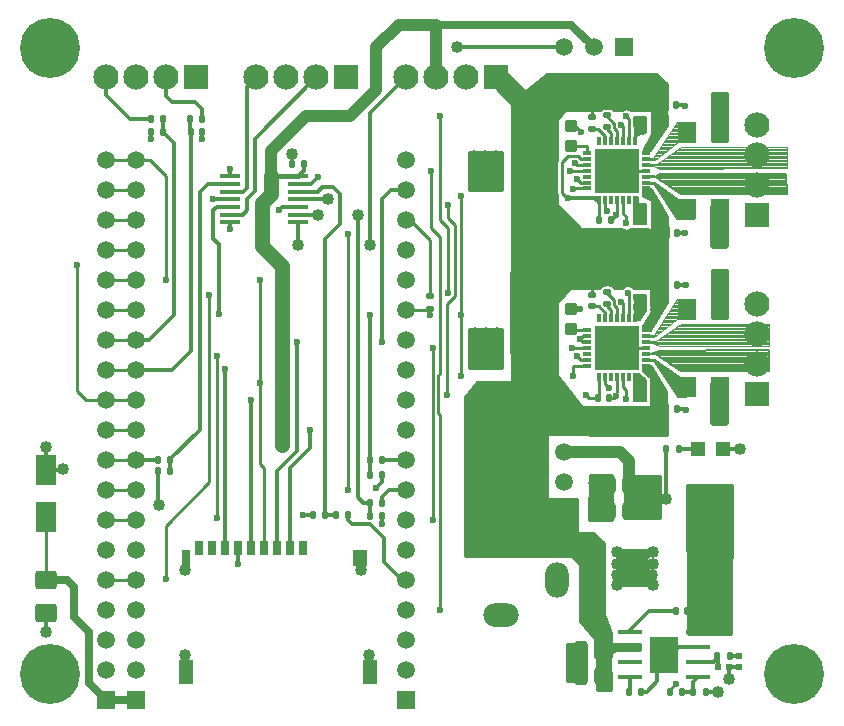
<source format=gbr>
G04 DipTrace Beta 4.1.9.0*
G04 1 - Top.gbr*
%MOIN*%
G04 #@! TF.FileFunction,Copper,L1,Top*
G04 #@! TF.Part,Single*
%AMOUTLINE0*
4,1,28,
0.047441,-0.027165,
-0.047441,-0.027165,
-0.049988,-0.02683,
-0.052362,-0.025847,
-0.054401,-0.024283,
-0.055965,-0.022244,
-0.056948,-0.01987,
-0.057283,-0.017323,
-0.057283,0.017323,
-0.056948,0.01987,
-0.055965,0.022244,
-0.054401,0.024283,
-0.052362,0.025847,
-0.049988,0.02683,
-0.047441,0.027165,
0.047441,0.027165,
0.049988,0.02683,
0.052362,0.025847,
0.054401,0.024283,
0.055965,0.022244,
0.056948,0.01987,
0.057283,0.017323,
0.057283,-0.017323,
0.056948,-0.01987,
0.055965,-0.022244,
0.054401,-0.024283,
0.052362,-0.025847,
0.049988,-0.02683,
0.047441,-0.027165,
0*%
%AMOUTLINE3*
4,1,28,
-0.047441,0.027165,
0.047441,0.027165,
0.049988,0.02683,
0.052362,0.025847,
0.054401,0.024283,
0.055965,0.022244,
0.056948,0.01987,
0.057283,0.017323,
0.057283,-0.017323,
0.056948,-0.01987,
0.055965,-0.022244,
0.054401,-0.024283,
0.052362,-0.025847,
0.049988,-0.02683,
0.047441,-0.027165,
-0.047441,-0.027165,
-0.049988,-0.02683,
-0.052362,-0.025847,
-0.054401,-0.024283,
-0.055965,-0.022244,
-0.056948,-0.01987,
-0.057283,-0.017323,
-0.057283,0.017323,
-0.056948,0.01987,
-0.055965,0.022244,
-0.054401,0.024283,
-0.052362,0.025847,
-0.049988,0.02683,
-0.047441,0.027165,
0*%
%AMOUTLINE6*
4,1,28,
0.005315,-0.012008,
-0.005315,-0.012008,
-0.006742,-0.01182,
-0.008071,-0.011269,
-0.009212,-0.010394,
-0.010088,-0.009252,
-0.010639,-0.007923,
-0.010827,-0.006496,
-0.010827,0.006496,
-0.010639,0.007923,
-0.010088,0.009252,
-0.009212,0.010394,
-0.008071,0.011269,
-0.006742,0.01182,
-0.005315,0.012008,
0.005315,0.012008,
0.006742,0.01182,
0.008071,0.011269,
0.009212,0.010394,
0.010088,0.009252,
0.010639,0.007923,
0.010827,0.006496,
0.010827,-0.006496,
0.010639,-0.007923,
0.010088,-0.009252,
0.009212,-0.010394,
0.008071,-0.011269,
0.006742,-0.01182,
0.005315,-0.012008,
0*%
%AMOUTLINE9*
4,1,28,
-0.005315,0.012008,
0.005315,0.012008,
0.006742,0.01182,
0.008071,0.011269,
0.009212,0.010394,
0.010088,0.009252,
0.010639,0.007923,
0.010827,0.006496,
0.010827,-0.006496,
0.010639,-0.007923,
0.010088,-0.009252,
0.009212,-0.010394,
0.008071,-0.011269,
0.006742,-0.01182,
0.005315,-0.012008,
-0.005315,-0.012008,
-0.006742,-0.01182,
-0.008071,-0.011269,
-0.009212,-0.010394,
-0.010088,-0.009252,
-0.010639,-0.007923,
-0.010827,-0.006496,
-0.010827,0.006496,
-0.010639,0.007923,
-0.010088,0.009252,
-0.009212,0.010394,
-0.008071,0.011269,
-0.006742,0.01182,
-0.005315,0.012008,
0*%
%AMOUTLINE12*
4,1,28,
-0.012008,-0.005315,
-0.012008,0.005315,
-0.01182,0.006742,
-0.011269,0.008071,
-0.010394,0.009212,
-0.009252,0.010088,
-0.007923,0.010639,
-0.006496,0.010827,
0.006496,0.010827,
0.007923,0.010639,
0.009252,0.010088,
0.010394,0.009212,
0.011269,0.008071,
0.01182,0.006742,
0.012008,0.005315,
0.012008,-0.005315,
0.01182,-0.006742,
0.011269,-0.008071,
0.010394,-0.009212,
0.009252,-0.010088,
0.007923,-0.010639,
0.006496,-0.010827,
-0.006496,-0.010827,
-0.007923,-0.010639,
-0.009252,-0.010088,
-0.010394,-0.009212,
-0.011269,-0.008071,
-0.01182,-0.006742,
-0.012008,-0.005315,
0*%
%AMOUTLINE15*
4,1,28,
0.012008,0.005315,
0.012008,-0.005315,
0.01182,-0.006742,
0.011269,-0.008071,
0.010394,-0.009212,
0.009252,-0.010088,
0.007923,-0.010639,
0.006496,-0.010827,
-0.006496,-0.010827,
-0.007923,-0.010639,
-0.009252,-0.010088,
-0.010394,-0.009212,
-0.011269,-0.008071,
-0.01182,-0.006742,
-0.012008,-0.005315,
-0.012008,0.005315,
-0.01182,0.006742,
-0.011269,0.008071,
-0.010394,0.009212,
-0.009252,0.010088,
-0.007923,0.010639,
-0.006496,0.010827,
0.006496,0.010827,
0.007923,0.010639,
0.009252,0.010088,
0.010394,0.009212,
0.011269,0.008071,
0.01182,0.006742,
0.012008,0.005315,
0*%
%AMOUTLINE18*
4,1,28,
-0.009843,0.021654,
0.009843,0.021654,
0.01239,0.021318,
0.014764,0.020335,
0.016802,0.018771,
0.018366,0.016732,
0.01935,0.014358,
0.019685,0.011811,
0.019685,-0.011811,
0.01935,-0.014358,
0.018366,-0.016732,
0.016802,-0.018771,
0.014764,-0.020335,
0.01239,-0.021318,
0.009843,-0.021654,
-0.009843,-0.021654,
-0.01239,-0.021318,
-0.014764,-0.020335,
-0.016802,-0.018771,
-0.018366,-0.016732,
-0.01935,-0.014358,
-0.019685,-0.011811,
-0.019685,0.011811,
-0.01935,0.014358,
-0.018366,0.016732,
-0.016802,0.018771,
-0.014764,0.020335,
-0.01239,0.021318,
-0.009843,0.021654,
0*%
%AMOUTLINE21*
4,1,28,
0.025984,-0.031496,
-0.025984,-0.031496,
-0.02843,-0.031174,
-0.030709,-0.03023,
-0.032666,-0.028729,
-0.034167,-0.026772,
-0.035111,-0.024493,
-0.035433,-0.022047,
-0.035433,0.022047,
-0.035111,0.024493,
-0.034167,0.026772,
-0.032666,0.028729,
-0.030709,0.03023,
-0.02843,0.031174,
-0.025984,0.031496,
0.025984,0.031496,
0.02843,0.031174,
0.030709,0.03023,
0.032666,0.028729,
0.034167,0.026772,
0.035111,0.024493,
0.035433,0.022047,
0.035433,-0.022047,
0.035111,-0.024493,
0.034167,-0.026772,
0.032666,-0.028729,
0.030709,-0.03023,
0.02843,-0.031174,
0.025984,-0.031496,
0*%
%AMOUTLINE24*
4,1,28,
-0.012008,0.028937,
0.012008,0.028937,
0.014555,0.028602,
0.016929,0.027618,
0.018968,0.026054,
0.020532,0.024016,
0.021515,0.021642,
0.02185,0.019094,
0.02185,-0.019094,
0.021515,-0.021642,
0.020532,-0.024016,
0.018968,-0.026054,
0.016929,-0.027618,
0.014555,-0.028602,
0.012008,-0.028937,
-0.012008,-0.028937,
-0.014555,-0.028602,
-0.016929,-0.027618,
-0.018968,-0.026054,
-0.020532,-0.024016,
-0.021515,-0.021642,
-0.02185,-0.019094,
-0.02185,0.019094,
-0.021515,0.021642,
-0.020532,0.024016,
-0.018968,0.026054,
-0.016929,0.027618,
-0.014555,0.028602,
-0.012008,0.028937,
0*%
%AMOUTLINE27*
4,1,28,
0.012008,-0.028937,
-0.012008,-0.028937,
-0.014555,-0.028602,
-0.016929,-0.027618,
-0.018968,-0.026054,
-0.020532,-0.024016,
-0.021515,-0.021642,
-0.02185,-0.019094,
-0.02185,0.019094,
-0.021515,0.021642,
-0.020532,0.024016,
-0.018968,0.026054,
-0.016929,0.027618,
-0.014555,0.028602,
-0.012008,0.028937,
0.012008,0.028937,
0.014555,0.028602,
0.016929,0.027618,
0.018968,0.026054,
0.020532,0.024016,
0.021515,0.021642,
0.02185,0.019094,
0.02185,-0.019094,
0.021515,-0.021642,
0.020532,-0.024016,
0.018968,-0.026054,
0.016929,-0.027618,
0.014555,-0.028602,
0.012008,-0.028937,
0*%
%AMOUTLINE30*
4,1,28,
0.004921,-0.011614,
-0.004921,-0.011614,
-0.006144,-0.011453,
-0.007283,-0.010981,
-0.008262,-0.01023,
-0.009013,-0.009252,
-0.009485,-0.008113,
-0.009646,-0.00689,
-0.009646,0.00689,
-0.009485,0.008113,
-0.009013,0.009252,
-0.008262,0.01023,
-0.007283,0.010981,
-0.006144,0.011453,
-0.004921,0.011614,
0.004921,0.011614,
0.006144,0.011453,
0.007283,0.010981,
0.008262,0.01023,
0.009013,0.009252,
0.009485,0.008113,
0.009646,0.00689,
0.009646,-0.00689,
0.009485,-0.008113,
0.009013,-0.009252,
0.008262,-0.01023,
0.007283,-0.010981,
0.006144,-0.011453,
0.004921,-0.011614,
0*%
%AMOUTLINE33*
4,1,28,
-0.004921,0.011614,
0.004921,0.011614,
0.006144,0.011453,
0.007283,0.010981,
0.008262,0.01023,
0.009013,0.009252,
0.009485,0.008113,
0.009646,0.00689,
0.009646,-0.00689,
0.009485,-0.008113,
0.009013,-0.009252,
0.008262,-0.01023,
0.007283,-0.010981,
0.006144,-0.011453,
0.004921,-0.011614,
-0.004921,-0.011614,
-0.006144,-0.011453,
-0.007283,-0.010981,
-0.008262,-0.01023,
-0.009013,-0.009252,
-0.009485,-0.008113,
-0.009646,-0.00689,
-0.009646,0.00689,
-0.009485,0.008113,
-0.009013,0.009252,
-0.008262,0.01023,
-0.007283,0.010981,
-0.006144,0.011453,
-0.004921,0.011614,
0*%
%AMOUTLINE36*
4,1,28,
-0.011614,-0.004921,
-0.011614,0.004921,
-0.011453,0.006144,
-0.010981,0.007283,
-0.01023,0.008262,
-0.009252,0.009013,
-0.008113,0.009485,
-0.00689,0.009646,
0.00689,0.009646,
0.008113,0.009485,
0.009252,0.009013,
0.01023,0.008262,
0.010981,0.007283,
0.011453,0.006144,
0.011614,0.004921,
0.011614,-0.004921,
0.011453,-0.006144,
0.010981,-0.007283,
0.01023,-0.008262,
0.009252,-0.009013,
0.008113,-0.009485,
0.00689,-0.009646,
-0.00689,-0.009646,
-0.008113,-0.009485,
-0.009252,-0.009013,
-0.01023,-0.008262,
-0.010981,-0.007283,
-0.011453,-0.006144,
-0.011614,-0.004921,
0*%
%AMOUTLINE39*
4,1,28,
0.011614,0.004921,
0.011614,-0.004921,
0.011453,-0.006144,
0.010981,-0.007283,
0.01023,-0.008262,
0.009252,-0.009013,
0.008113,-0.009485,
0.00689,-0.009646,
-0.00689,-0.009646,
-0.008113,-0.009485,
-0.009252,-0.009013,
-0.01023,-0.008262,
-0.010981,-0.007283,
-0.011453,-0.006144,
-0.011614,-0.004921,
-0.011614,0.004921,
-0.011453,0.006144,
-0.010981,0.007283,
-0.01023,0.008262,
-0.009252,0.009013,
-0.008113,0.009485,
-0.00689,0.009646,
0.00689,0.009646,
0.008113,0.009485,
0.009252,0.009013,
0.01023,0.008262,
0.010981,0.007283,
0.011453,0.006144,
0.011614,0.004921,
0*%
%AMOUTLINE42*
4,1,28,
0.012205,0.005315,
0.012205,-0.005315,
0.01203,-0.00664,
0.011519,-0.007874,
0.010706,-0.008934,
0.009646,-0.009747,
0.008411,-0.010259,
0.007087,-0.010433,
-0.007087,-0.010433,
-0.008411,-0.010259,
-0.009646,-0.009747,
-0.010706,-0.008934,
-0.011519,-0.007874,
-0.01203,-0.00664,
-0.012205,-0.005315,
-0.012205,0.005315,
-0.01203,0.00664,
-0.011519,0.007874,
-0.010706,0.008934,
-0.009646,0.009747,
-0.008411,0.010259,
-0.007087,0.010433,
0.007087,0.010433,
0.008411,0.010259,
0.009646,0.009747,
0.010706,0.008934,
0.011519,0.007874,
0.01203,0.00664,
0.012205,0.005315,
0*%
%AMOUTLINE45*
4,1,28,
-0.012205,-0.005315,
-0.012205,0.005315,
-0.01203,0.00664,
-0.011519,0.007874,
-0.010706,0.008934,
-0.009646,0.009747,
-0.008411,0.010259,
-0.007087,0.010433,
0.007087,0.010433,
0.008411,0.010259,
0.009646,0.009747,
0.010706,0.008934,
0.011519,0.007874,
0.01203,0.00664,
0.012205,0.005315,
0.012205,-0.005315,
0.01203,-0.00664,
0.011519,-0.007874,
0.010706,-0.008934,
0.009646,-0.009747,
0.008411,-0.010259,
0.007087,-0.010433,
-0.007087,-0.010433,
-0.008411,-0.010259,
-0.009646,-0.009747,
-0.010706,-0.008934,
-0.011519,-0.007874,
-0.01203,-0.00664,
-0.012205,-0.005315,
0*%
%AMOUTLINE48*
4,1,28,
0.005315,-0.012205,
-0.005315,-0.012205,
-0.00664,-0.01203,
-0.007874,-0.011519,
-0.008934,-0.010706,
-0.009747,-0.009646,
-0.010259,-0.008411,
-0.010433,-0.007087,
-0.010433,0.007087,
-0.010259,0.008411,
-0.009747,0.009646,
-0.008934,0.010706,
-0.007874,0.011519,
-0.00664,0.01203,
-0.005315,0.012205,
0.005315,0.012205,
0.00664,0.01203,
0.007874,0.011519,
0.008934,0.010706,
0.009747,0.009646,
0.010259,0.008411,
0.010433,0.007087,
0.010433,-0.007087,
0.010259,-0.008411,
0.009747,-0.009646,
0.008934,-0.010706,
0.007874,-0.011519,
0.00664,-0.01203,
0.005315,-0.012205,
0*%
%AMOUTLINE51*
4,1,28,
-0.005315,0.012205,
0.005315,0.012205,
0.00664,0.01203,
0.007874,0.011519,
0.008934,0.010706,
0.009747,0.009646,
0.010259,0.008411,
0.010433,0.007087,
0.010433,-0.007087,
0.010259,-0.008411,
0.009747,-0.009646,
0.008934,-0.010706,
0.007874,-0.011519,
0.00664,-0.01203,
0.005315,-0.012205,
-0.005315,-0.012205,
-0.00664,-0.01203,
-0.007874,-0.011519,
-0.008934,-0.010706,
-0.009747,-0.009646,
-0.010259,-0.008411,
-0.010433,-0.007087,
-0.010433,0.007087,
-0.010259,0.008411,
-0.009747,0.009646,
-0.008934,0.010706,
-0.007874,0.011519,
-0.00664,0.01203,
-0.005315,0.012205,
0*%
G04 #@! TA.AperFunction,CopperBalancing*
%ADD13C,0.004724*%
%ADD16C,0.01*%
G04 #@! TA.AperFunction,Conductor*
%ADD17C,0.012*%
%ADD18C,0.009*%
G04 #@! TA.AperFunction,ViaPad*
%ADD19C,0.04*%
G04 #@! TA.AperFunction,Conductor*
%ADD20C,0.015*%
%ADD21C,0.05*%
G04 #@! TA.AperFunction,CopperBalancing*
%ADD22C,0.025*%
G04 #@! TA.AperFunction,Conductor*
%ADD23C,0.07*%
G04 #@! TA.AperFunction,CopperBalancing*
%ADD24C,0.013*%
%ADD25C,0.008*%
%ADD26C,0.005906*%
%ADD27C,0.012008*%
%ADD28C,0.00472*%
%ADD30R,0.066929X0.098425*%
%ADD31R,0.098425X0.129921*%
G04 #@! TA.AperFunction,ComponentPad*
%ADD32R,0.059055X0.059055*%
%ADD33C,0.059055*%
%ADD34O,0.11811X0.07874*%
%ADD35O,0.07874X0.11811*%
%ADD36R,0.074803X0.098425*%
%ADD37R,0.047244X0.047244*%
G04 #@! TA.AperFunction,ComponentPad*
%ADD38C,0.2*%
%ADD39R,0.062992X0.070866*%
%ADD40R,0.027559X0.051181*%
%ADD41R,0.047244X0.07874*%
%ADD42R,0.047244X0.055118*%
%ADD43R,0.031496X0.055118*%
G04 #@! TA.AperFunction,ComponentPad*
%ADD44R,0.084X0.084*%
%ADD45C,0.084*%
%ADD48R,0.011811X0.027559*%
%ADD49R,0.027559X0.011811*%
%ADD50R,0.145669X0.145669*%
%ADD51R,0.084646X0.017717*%
%ADD52R,0.094488X0.122047*%
%ADD53R,0.070866X0.015748*%
G04 #@! TA.AperFunction,ViaPad*
%ADD54C,0.023622*%
%ADD113OUTLINE0*%
%ADD116OUTLINE3*%
%ADD119OUTLINE6*%
%ADD122OUTLINE9*%
%ADD125OUTLINE12*%
%ADD128OUTLINE15*%
%ADD131OUTLINE18*%
%ADD134OUTLINE21*%
%ADD137OUTLINE24*%
%ADD140OUTLINE27*%
%ADD143OUTLINE30*%
%ADD146OUTLINE33*%
%ADD149OUTLINE36*%
%ADD152OUTLINE39*%
%ADD155OUTLINE42*%
%ADD158OUTLINE45*%
%ADD161OUTLINE48*%
%ADD164OUTLINE51*%
%FSLAX26Y26*%
G04*
G70*
G90*
G75*
G01*
G04 Top*
%LPD*%
X2361712Y2109018D2*
D16*
X2350712D1*
D17*
Y2115700D1*
X2256200D1*
X1857200Y2094200D2*
D16*
Y2050200D1*
X1881200Y2026200D1*
Y1789700D1*
X1855200Y1763700D1*
Y1459700D1*
X2316951D2*
X2326701Y1449949D1*
X2357520D1*
X2361712Y2109018D2*
D18*
Y2043700D1*
X2361909D1*
X2357520Y1449949D2*
X2361712D1*
Y1518466D1*
X718700Y2243700D2*
D16*
X818700D1*
X2322340Y2246815D2*
D18*
X2302566D1*
X2292182Y2257200D1*
X2258582D1*
X2238082Y2236700D1*
Y2132818D1*
X2255200Y2115700D1*
X2256200D1*
X1245044Y950583D2*
D16*
Y1217356D1*
X1231200Y1231200D1*
Y1498700D1*
Y1843200D1*
X916951D2*
Y2190949D1*
X864200Y2243700D1*
X818700D1*
X2530804Y1112498D2*
D17*
X2584810Y1111911D1*
X2598004Y470397D2*
D16*
Y479004D1*
X2616700Y497700D1*
X2243693Y1268700D2*
D19*
X2431200D1*
X2461018Y1238882D1*
Y1160864D1*
X2584810Y1111911D2*
D17*
Y1280086D1*
X2585924Y1281200D1*
X1376377Y2231200D2*
Y2207726D1*
X1357873Y2189222D1*
X518700Y1209931D2*
Y1287451D1*
Y1209931D2*
X572430D1*
X574949Y1212451D1*
X1357873Y2189222D2*
D20*
X1268700D1*
D21*
Y2131200D1*
X1237449Y2099949D1*
Y1954951D1*
X1303700Y1888700D1*
Y1293700D1*
X1268700Y2189222D2*
D19*
Y2273700D1*
X1383700Y2388700D1*
X1532451D1*
X1618700Y2474949D1*
Y2618700D1*
X1693700Y2693700D1*
X1818700D1*
Y2518700D1*
X2343700Y2618700D2*
D22*
X2268700Y2693700D1*
X1818700D1*
X2475686Y882970D2*
D17*
X2481602D1*
X2539569Y825003D1*
X2475686Y882970D2*
X2516359D1*
X2539169Y860161D1*
X2475686Y882970D2*
X2525721D1*
X2539935Y897184D1*
X2475686Y882970D2*
X2487434D1*
X2539752Y935289D1*
X2475686Y882970D2*
X2472663D1*
X2420136Y935498D1*
X2475686Y882970D2*
X2434741D1*
X2420318Y897393D1*
X2475686Y882970D2*
X2442153D1*
X2419552Y860369D1*
X2475686Y882970D2*
Y880945D1*
X2419952Y825212D1*
X2577361Y594389D2*
X2559217D1*
X2555716Y590888D1*
Y554533D1*
X2555938Y554312D1*
X2597960D1*
X2598752Y555104D1*
Y591850D1*
X2599022Y592119D1*
Y630474D1*
X2600630Y632083D1*
X2558190D1*
X2556603Y633670D1*
X2299574Y610365D2*
X2281411D1*
X2271728Y600682D1*
X2299574Y522810D2*
X2279617D1*
X2275141Y527287D1*
Y564594D1*
X2273435Y566300D1*
X2394088Y1160864D2*
X2350121D1*
X2345777Y1165208D1*
X2394088Y1160864D2*
X2390116D1*
X2346073Y1116821D1*
X2394088Y1074250D2*
X2349234D1*
X2349023Y1074039D1*
X2716519Y470489D2*
X2754411D1*
X2756200Y468700D1*
X2501476Y470397D2*
X2520397D1*
X2555938Y505938D1*
Y554312D1*
X2828692Y553762D2*
X2794993D1*
X2794308Y553077D1*
Y512814D1*
X2795378Y511743D1*
X2268200Y1745915D2*
X2297881D1*
X2298365Y1746399D1*
X2268700Y2357646D2*
X2279755D1*
X2299951Y2337451D1*
X2519188Y2207445D2*
D18*
X2424701D1*
X2420767Y2203510D1*
X2774279Y1281200D2*
D17*
X2831200D1*
X1337794Y2231200D2*
Y2262106D1*
X1337451Y2262449D1*
X1158430Y950581D2*
Y895930D1*
X985208Y535224D2*
Y589692D1*
X981200Y593700D1*
X1596231Y535234D2*
Y591169D1*
X1593700Y593700D1*
X1563154Y917124D2*
Y880495D1*
X1568700Y874949D1*
X985201Y917113D2*
Y878951D1*
X981200Y874949D1*
X892175Y1206200D2*
Y1095225D1*
X893700Y1093700D1*
X2621161Y1825557D2*
X2648682D1*
X2649661Y1826536D1*
X2621161Y1412171D2*
X2651594D1*
X2652365Y1411399D1*
X2621161Y1998785D2*
X2647145D1*
X2649113Y2000754D1*
X2619293Y2427091D2*
X2646004D1*
X2649113Y2423982D1*
X868158Y2337451D2*
Y2312993D1*
X868700Y2312451D1*
X1038385Y2337451D2*
Y2313385D1*
X1037451Y2312451D1*
X1129527Y2189222D2*
Y2210777D1*
X1131200Y2212451D1*
X1129527Y2112451D2*
X1074949D1*
X1129535Y2035679D2*
Y2014116D1*
X1131200Y2012451D1*
X518700Y732333D2*
Y668700D1*
X1638976Y1056200D2*
Y1032725D1*
X1637451Y1031200D1*
X1638976Y1193700D2*
Y1170225D1*
X1618700Y1149949D1*
X2519188Y1616894D2*
D18*
X2420767D1*
X2690550Y619389D2*
D17*
X2626292D1*
X2599022Y592119D1*
X2396103Y1449949D2*
D18*
X2412146D1*
X2419153Y1456956D1*
X2420767Y1518466D2*
Y1469060D1*
X2419153Y1467445D1*
Y1456956D1*
X2322340Y1577524D2*
X2300672D1*
X2288899Y1589297D1*
X2322340Y1636579D2*
X2308319D1*
X2298276Y1646623D1*
X2322340Y1656264D2*
X2307918D1*
X2298276Y1646623D1*
X2440452Y1715315D2*
Y1766448D1*
X2435700Y1771200D1*
X2400491Y2043700D2*
X2400990D1*
X2416695Y2059405D1*
X2420767Y2109018D2*
Y2063477D1*
X2416695Y2059405D1*
X2322340Y2168075D2*
X2299590D1*
X2288327Y2179338D1*
X2322340Y2227130D2*
X2287640D1*
X2282469Y2232301D1*
X2440452Y2305867D2*
Y2355829D1*
X2436079Y2360201D1*
X1408424Y1058700D2*
D17*
X1373700D1*
X1357873Y2163632D2*
X1401130D1*
X1424949Y2187451D1*
X1357873Y2086860D2*
X1305609D1*
X1293700Y2074951D1*
X718700Y1043700D2*
D16*
X818700D1*
X2381397Y1518466D2*
Y1498003D1*
X2394700Y1484700D1*
X1087449Y1589700D2*
Y1049949D1*
X718700Y1343700D2*
X818700D1*
X2440452Y1518466D2*
D18*
Y1486161D1*
X2451621Y1474991D1*
Y1446701D1*
X1288351Y950583D2*
D17*
Y1207100D1*
X1353700Y1272449D1*
Y1637451D1*
X1637449D2*
Y2112449D1*
X1668700Y2143700D1*
X1718700D1*
X918700Y2518700D2*
Y2457270D1*
X938520Y2437451D1*
X1013520D1*
X1038976Y2411994D1*
Y2381200D1*
X718700Y2518700D2*
Y2458700D1*
X796200Y2381200D1*
X867174D1*
X2322340Y1616894D2*
D18*
X2269997D1*
X1806200Y1615700D2*
Y1043700D1*
X1718700Y1743700D2*
D16*
X1793226D1*
X1797700Y1748174D1*
D18*
Y1726200D1*
X1900700D2*
Y1521700D1*
X2275284D2*
Y1557839D1*
X2322340D1*
X1900700Y1726200D2*
Y2121700D1*
X2276062Y2146088D2*
X2273760Y2148390D1*
X2322340D1*
X1331658Y950585D2*
D17*
Y1216658D1*
X1398700Y1283700D1*
Y1343200D1*
X1201737Y950582D2*
Y1441914D1*
X1199951Y1443700D1*
X2322340Y2207445D2*
D18*
X2262875D1*
X1802700Y2206200D2*
Y2016700D1*
X1831200Y1988200D1*
Y1531200D1*
X1825700Y1525700D1*
Y1400200D1*
X1831200Y1394700D1*
Y743700D1*
X1115123Y950581D2*
D17*
Y1546632D1*
X2479822Y1518466D2*
D18*
Y1486986D1*
X2484953Y1481855D1*
X2508545D1*
X2508700Y1481700D1*
X2483700Y1447200D2*
X2507700D1*
X718700Y1143700D2*
D16*
X818700D1*
X2381397Y2109018D2*
D18*
Y2081002D1*
X2388449Y2073949D1*
X1524949Y1995949D2*
Y1143700D1*
X718700Y1443700D2*
D16*
X818700D1*
X2440452Y2109018D2*
D18*
Y2065292D1*
X2451430Y2054314D1*
Y2033430D1*
X621200Y1891949D2*
Y1472700D1*
X650200Y1443700D1*
X718700D1*
X2381397Y1715315D2*
Y1734003D1*
X2360292Y1755108D1*
X2337791D1*
X2464172Y669389D2*
D17*
Y676672D1*
X2527331Y739831D1*
X2616170D1*
X718700Y1243700D2*
D16*
X818700D1*
D17*
X892175D1*
X2638556Y470397D2*
X2675876D1*
X2675968Y470489D1*
Y504806D1*
X2690550Y519389D1*
X2464172D2*
Y473645D1*
X2460924Y470397D1*
X718700Y1543700D2*
D16*
X818700D1*
X998424Y2381200D2*
D17*
Y2338829D1*
X999802Y2337451D1*
X818700Y1543700D2*
X937449D1*
X999949Y1606200D1*
Y2337304D1*
X999802Y2337451D1*
X2690550Y569389D2*
X2743011D1*
X2755634Y582012D1*
Y590915D1*
X2757300Y553077D2*
Y589250D1*
X2755634Y590915D1*
X2796186D2*
X2828546D1*
X2828692Y590770D1*
X1718700Y1143700D2*
X1662451D1*
X1638976Y1120225D1*
Y1099949D1*
X1718700Y2518700D2*
X1598700Y2398700D1*
Y1958700D1*
X1357873D2*
Y2035679D1*
X2322340Y1675949D2*
D18*
X2271237D1*
X2268200Y1678986D1*
X1797700Y1788725D2*
D16*
Y1976200D1*
X1730200Y2043700D1*
X1718700D1*
Y1243700D2*
D17*
X1638976D1*
X2268700Y2290717D2*
D18*
X2322340D1*
Y2266501D1*
X2381397Y2305867D2*
Y2322503D1*
X2356742Y2347158D1*
X2339399D1*
X718700Y2043700D2*
D16*
X818700D1*
X718700Y1843700D2*
X818700D1*
X718700Y1643700D2*
X818700D1*
X907725Y2381200D2*
D17*
Y2338435D1*
X906741Y2337451D1*
X818700Y1643700D2*
X862451D1*
X943700Y1724949D1*
Y2300491D1*
X906741Y2337451D1*
X1523976Y1058700D2*
Y1043976D1*
X1539251Y1028700D1*
X1598700D1*
X1643700Y983700D1*
Y903700D1*
X1703700Y843700D1*
X1718700D1*
X1483424Y1058700D2*
X1448976D1*
Y1978976D1*
X1498700Y2028700D1*
Y2128245D1*
X1473245Y2153700D1*
X1438700D1*
X1423041Y2138041D1*
X1357873D1*
Y2112451D2*
X1456199D1*
X1887451Y2618700D2*
X2243700D1*
X718700Y1743700D2*
D16*
X818700D1*
X2626476Y1281200D2*
D17*
X2691602D1*
X2401082Y1715315D2*
D18*
Y1741721D1*
X2386700Y1756103D1*
Y1764737D1*
X2420767Y1715315D2*
Y1749633D1*
X2411200Y1759200D1*
Y1776113D1*
X2386700Y1800613D1*
Y1803319D1*
X2401082Y2305867D2*
Y2332318D1*
X2386190Y2347210D1*
Y2354115D1*
X2420767Y2305867D2*
Y2339754D1*
X2411700Y2348821D1*
Y2364667D1*
X2386190Y2390178D1*
Y2392697D1*
X718700Y1943700D2*
D16*
X818700D1*
X718700Y2143700D2*
X818700D1*
X1129527Y2138041D2*
D17*
X1175541D1*
X1187449Y2149949D1*
Y2487449D1*
X1218700Y2518700D1*
X1129527Y2061270D2*
X1173770D1*
X1187449Y2074949D1*
Y2112449D1*
X1213700Y2138700D1*
Y2313700D1*
X1418700Y2518700D1*
X1598424Y1193700D2*
Y1243700D1*
Y1726476D1*
X1093700Y1731200D2*
Y1962449D1*
X1074949Y1981200D1*
Y2074949D1*
X1086860Y2086860D1*
X1129527D1*
X932726Y1243700D2*
Y1245226D1*
X1031200Y1343700D1*
Y2138175D1*
X1056657Y2163632D1*
X1129527D1*
X932726Y1206200D2*
Y1243700D1*
X1598424Y1056200D2*
Y1099949D1*
X1574951D1*
X1556200Y1118700D1*
Y2061270D1*
X1424944D2*
X1357873D1*
X718700Y443700D2*
D22*
X662451Y499949D1*
Y668699D1*
X612449Y718700D1*
Y818700D1*
X588581Y842569D1*
X518700D1*
D16*
Y1052451D1*
X718700Y443700D2*
D22*
X818700D1*
X2460137Y2305867D2*
D18*
X2461200D1*
Y2380700D1*
X2452700Y2389200D1*
X1831700D2*
Y2042700D1*
X1856200Y2018200D1*
Y1800700D1*
X2456700D2*
X2460137Y1797263D1*
Y1715315D1*
X718700Y843700D2*
D16*
X818700D1*
X1062449Y1794449D2*
Y1168699D1*
X916951Y1023200D1*
Y845451D1*
X2339399Y2385741D2*
Y2421700D1*
X2355949D1*
X2337791Y1793691D2*
D18*
Y1827410D1*
X2341938Y1831557D1*
X2018700Y2518700D2*
D23*
X2023700D1*
X2168854Y2373546D1*
Y2207447D1*
D54*
X2256200Y2115700D3*
X1857200Y2094200D3*
X1855200Y1459700D3*
X2316951D3*
X1231200Y1498700D3*
X1855200Y1459700D3*
X1231200Y1843200D3*
X916951D3*
X2616700Y497700D3*
X1158430Y895930D3*
X1087449Y1589700D3*
Y1049949D3*
X2451621Y1446701D3*
X1353700Y1637451D3*
X1637449D3*
X2269997Y1616894D3*
X1806200Y1615700D3*
Y1043700D3*
X1797700Y1726200D3*
X1900700D3*
Y1521700D3*
X2275284D3*
X1900700Y2121700D3*
X2276062Y2146088D3*
X1900700Y1726200D3*
X1398700Y1343200D3*
X1199951Y1443700D3*
X2262875Y2207445D3*
X1802700Y2206200D3*
X1831200Y743700D3*
X1115123Y1546632D3*
X2388449Y2073949D3*
X1524949Y1995949D3*
Y1143700D3*
X2451430Y2033430D3*
X621200Y1891949D3*
D19*
X1598700Y1958700D3*
X1357873D3*
X1456199Y2112451D3*
X1887451Y2618700D3*
D54*
X1598424Y1726476D3*
X1093700Y1731200D3*
D19*
X1556200Y2061270D3*
X1424944D3*
D54*
X2452700Y2389200D3*
X1831700D3*
X1856200Y1800700D3*
X2456700D3*
X1062449Y1794449D3*
X916951Y845451D3*
X1856200Y1800700D3*
X2484953Y1481855D3*
X2779861Y1827399D3*
X2394700Y1484700D3*
X2483700Y1447200D3*
X2747539Y1408234D3*
X2779035D3*
X2747539Y1372801D3*
X2779035D3*
X2485365Y1785399D3*
Y1752399D3*
X2508865Y1785399D3*
X2509365Y1752399D3*
X2748365Y1862833D3*
X2779861D3*
X2748365Y1827399D3*
D19*
X2584810Y1111911D3*
X2795378Y511743D3*
X2539752Y935289D3*
X2539935Y897184D3*
X2539169Y860161D3*
X2539569Y825003D3*
X2420136Y935498D3*
X2420318Y897393D3*
X2419552Y860369D3*
X2419952Y825212D3*
X2600630Y632083D3*
X2556603Y633670D3*
X2555716Y590888D3*
X2599022Y592119D3*
X2598752Y555104D3*
X2555938Y554312D3*
D54*
X2649661Y1826536D3*
X2652365Y1411399D3*
X2298365Y1746399D3*
D19*
X1947365Y1666399D3*
X1983365Y1665399D3*
X2021365D3*
D54*
X2299951Y2337451D3*
D19*
X2345777Y1165208D3*
X2346073Y1116821D3*
X2349023Y1074039D3*
X2756200Y468700D3*
X2271728Y600682D3*
X2273435Y566300D3*
X2275141Y527287D3*
X1947365Y1565399D3*
X1985365Y1564399D3*
X2023365Y1565399D3*
X1945397Y2256951D3*
X1981397Y2255951D3*
X2019397D3*
X1945397Y2155951D3*
X1983397Y2154951D3*
X2021397Y2155951D3*
X2831200Y1281200D3*
D54*
X2747539Y1998785D3*
X2779035D3*
X2747539Y1963352D3*
X2779035D3*
X2748365Y2453384D3*
X2779861D3*
X2748365Y2417951D3*
X2779861D3*
X1424949Y2187451D3*
D19*
X1337451Y2262449D3*
X981200Y593700D3*
Y874949D3*
X1568700D3*
X1593700Y593700D3*
X893700Y1093700D3*
D54*
X1637451Y1031200D3*
X2486909Y2072801D3*
X2508956Y2040518D3*
X2509743Y2072014D3*
X2486121Y2040518D3*
X2485865Y2375951D3*
X2487191Y2342951D3*
X2510365Y2375951D3*
X2510191Y2342951D3*
X1618700Y1149949D3*
D19*
X1303700Y1293700D3*
X518700Y1287451D3*
X574949Y1212451D3*
D54*
X868700Y2312451D3*
X1037451D3*
X1131200Y2212451D3*
X1074949Y2112451D3*
X1131200Y2012451D3*
D19*
X518700Y668700D3*
D54*
X2508700Y1481700D3*
X2507700Y1447200D3*
X2419153Y1456956D3*
X2288899Y1589297D3*
X2298276Y1646623D3*
X2435700Y1771200D3*
X2649113Y2000754D3*
Y2423982D3*
X2416695Y2059405D3*
X2288327Y2179338D3*
X2282469Y2232301D3*
X2436079Y2360201D3*
X1373700Y1058700D3*
X1293700Y2074951D3*
X2361712Y2148392D3*
Y2175951D3*
Y2203510D3*
Y2235006D3*
Y2262565D3*
X2420767Y2148392D3*
Y2175951D3*
Y2203510D3*
Y2235006D3*
Y2266502D3*
X2479822Y2148392D3*
Y2179888D3*
Y2238943D3*
Y2266502D3*
X2371725Y1567854D3*
Y1617965D3*
Y1662001D3*
X2420767Y1567854D3*
Y1617965D3*
Y1665938D3*
X2469809Y1567854D3*
X2457397Y1616896D3*
X2469809Y1665938D3*
X2658536Y1145098D2*
D24*
X2802758D1*
X2658701Y1132229D2*
X2802644D1*
X2658867Y1119360D2*
X2802529D1*
X2659032Y1106491D2*
X2802415D1*
X2659196Y1093623D2*
X2802288D1*
X2659361Y1080754D2*
X2802174D1*
X2659527Y1067885D2*
X2802060D1*
X2659692Y1055016D2*
X2801945D1*
X2659856Y1042148D2*
X2801831D1*
X2660022Y1029279D2*
X2801717D1*
X2660187Y1016410D2*
X2801603D1*
X2660352Y1003541D2*
X2801487D1*
X2660516Y990672D2*
X2801373D1*
X2660682Y977804D2*
X2801259D1*
X2660847Y964935D2*
X2801145D1*
X2661012Y952066D2*
X2801031D1*
X2661176Y939197D2*
X2800917D1*
X2661342Y926329D2*
X2800802D1*
X2661507Y913460D2*
X2800688D1*
X2661672Y900591D2*
X2800574D1*
X2661836Y887722D2*
X2800460D1*
X2662002Y874854D2*
X2800346D1*
X2662167Y861985D2*
X2800231D1*
X2662333Y849116D2*
X2800117D1*
X2662497Y836247D2*
X2800003D1*
X2662662Y823378D2*
X2799889D1*
X2662827Y810510D2*
X2799775D1*
X2662993Y797641D2*
X2799659D1*
X2663158Y784772D2*
X2799545D1*
X2663322Y771903D2*
X2799431D1*
X2663487Y759035D2*
X2799317D1*
X2663653Y746166D2*
X2799203D1*
X2663818Y733297D2*
X2799088D1*
X2663982Y720428D2*
X2798974D1*
X2663995Y707560D2*
X2798860D1*
X2663995Y694691D2*
X2798746D1*
X2663995Y681822D2*
X2798632D1*
X2663995Y668953D2*
X2798518D1*
X2662699Y718794D2*
X2657074Y1157966D1*
X2804167D1*
X2799756Y662700D1*
X2662700Y662704D1*
X2662699Y718794D1*
X2662700Y718701D2*
Y712449D1*
Y718701D1*
X2334323Y1175932D2*
X2404620D1*
X2334285Y1163064D2*
X2404595D1*
X2334235Y1150195D2*
X2404570D1*
X2334184Y1137326D2*
X2404544D1*
X2334133Y1124457D2*
X2404532D1*
X2334095Y1111588D2*
X2404506D1*
X2334045Y1098720D2*
X2404481D1*
X2333994Y1085851D2*
X2404456D1*
X2333943Y1072982D2*
X2404430D1*
X2333892Y1060113D2*
X2404405D1*
X2333854Y1047245D2*
X2404380D1*
X2405947Y1188779D2*
X2333077Y1188529D1*
X2332533Y1042964D1*
X2405675Y1041705D1*
X2405945Y1188780D1*
X2359970Y615178D2*
X2495940D1*
X2359970Y602309D2*
X2403531D1*
X2359970Y589440D2*
X2398123D1*
X2359970Y576571D2*
X2398149D1*
X2359970Y563703D2*
X2398187D1*
X2359970Y550834D2*
X2398225D1*
X2359970Y537965D2*
X2398263D1*
X2359970Y525096D2*
X2398288D1*
X2359970Y512228D2*
X2398326D1*
X2359970Y499359D2*
X2398364D1*
X2359970Y486490D2*
X2398389D1*
X2418263Y609892D2*
X2402575Y601031D1*
X2400249Y598650D1*
X2399405Y595431D1*
X2399726Y476241D1*
X2358665Y476451D1*
X2358670Y628046D1*
X2497239Y628041D1*
X2497241Y610731D1*
X2421461D1*
X2418263Y609892D1*
X2259321Y613011D2*
X2317709D1*
X2259346Y600142D2*
X2317633D1*
X2259371Y587273D2*
X2317569D1*
X2259397Y574405D2*
X2317493D1*
X2259422Y561536D2*
X2317430D1*
X2259448Y548667D2*
X2317354D1*
X2259473Y535798D2*
X2317277D1*
X2259498Y522930D2*
X2317213D1*
X2259511Y510061D2*
X2317137D1*
X2319086Y625859D2*
X2257997Y625657D1*
X2258098Y573588D1*
X2258221Y507389D1*
X2318415Y506785D1*
X2318817Y578363D1*
X2319079Y625861D1*
X2545926Y1600582D2*
D25*
X2926396D1*
X2555613Y1592713D2*
X2926396D1*
X2567129Y1584844D2*
X2926396D1*
X2578653Y1576976D2*
X2926396D1*
X2590176Y1569107D2*
X2926396D1*
X2601699Y1561238D2*
X2926396D1*
X2613214Y1553369D2*
X2926396D1*
X2624738Y1545501D2*
X2926396D1*
X2535272Y1597701D2*
X2509499Y1598134D1*
X2509402Y1596151D1*
X2549388Y1595696D1*
X2551340Y1595079D1*
X2604241Y1558953D1*
X2634581Y1538233D1*
X2927200Y1541407D1*
Y1608439D1*
X2867230Y1608319D1*
X2565854Y1607701D1*
X2545127Y1600791D1*
Y1598829D1*
X2539233D1*
X2536473Y1597909D1*
X2535272Y1597701D1*
X2551562Y1567831D2*
D16*
X2558966D1*
X2558057Y1557962D2*
X2572834D1*
X2564561Y1548094D2*
X2586701D1*
X2571054Y1538225D2*
X2600558D1*
X2577549Y1528356D2*
X2614426D1*
X2584043Y1518487D2*
X2628293D1*
X2590546Y1508619D2*
X2677014D1*
X2597041Y1498750D2*
X2676721D1*
X2603535Y1488881D2*
X2676418D1*
X2610039Y1479012D2*
X2676125D1*
X2616533Y1469144D2*
X2675831D1*
X2623027Y1459275D2*
X2675539D1*
X2631615Y1517319D2*
X2630616Y1517654D1*
X2629801Y1518127D1*
X2546127Y1577683D1*
X2530464Y1577502D1*
X2541825Y1577199D1*
X2542532Y1577130D1*
X2543545Y1576847D1*
X2544477Y1576357D1*
X2545287Y1575684D1*
X2545876Y1574949D1*
X2623361Y1457251D1*
X2676511Y1458305D1*
X2678220Y1515579D1*
X2632531Y1517203D1*
X2631615Y1517319D1*
X2479258Y1522973D2*
D26*
X2500061D1*
X2479270Y1517199D2*
X2506624D1*
X2479281Y1511424D2*
X2513187D1*
X2479292Y1505650D2*
X2515649D1*
X2479304Y1499876D2*
X2515649D1*
X2479315Y1494102D2*
X2515649D1*
X2479327Y1488327D2*
X2515649D1*
X2479339Y1482553D2*
X2515649D1*
X2479350Y1476779D2*
X2515649D1*
X2479361Y1471004D2*
X2515649D1*
X2479373Y1465230D2*
X2515649D1*
X2479385Y1459456D2*
X2515649D1*
X2479396Y1453682D2*
X2515649D1*
X2479407Y1447907D2*
X2515649D1*
X2479414Y1442133D2*
X2515649D1*
X2478658Y1528747D2*
X2478833Y1438745D1*
X2516237Y1438746D1*
X2516239Y1471150D1*
Y1509263D1*
X2494088Y1528746D1*
X2478659Y1528747D1*
X2513785Y1543819D2*
D27*
X2537980D1*
X2523073Y1531943D2*
X2545321D1*
X2535420Y1520066D2*
X2552650D1*
X2539924Y1508190D2*
X2559990D1*
X2539970Y1496313D2*
X2567319D1*
X2540018Y1484436D2*
X2574649D1*
X2540065Y1472560D2*
X2581989D1*
X2540112Y1460683D2*
X2584745D1*
X2540158Y1448806D2*
X2585061D1*
X2540205Y1436930D2*
X2585390D1*
X2540252Y1425053D2*
X2585707D1*
X2540300Y1413176D2*
X2586023D1*
X2540346Y1401300D2*
X2586339D1*
X2536855Y1517535D2*
X2512649Y1540805D1*
X2512376Y1553365D1*
X2533293Y1553361D1*
X2585742Y1468418D1*
X2587830Y1390676D1*
X2539180Y1391145D1*
X2538700Y1513431D1*
X2537797Y1516372D1*
X2536855Y1517535D1*
X2746800Y1469291D2*
D22*
X2779783D1*
X2746800Y1444422D2*
X2779783D1*
X2746800Y1419553D2*
X2779783D1*
X2746800Y1394684D2*
X2779783D1*
X2746800Y1369815D2*
X2779783D1*
X2744291Y1494155D2*
Y1369548D1*
X2782287Y1369553D1*
X2782283Y1494161D1*
X2744287Y1494159D1*
X2628464Y1693001D2*
D28*
X2928413D1*
X2621808Y1688411D2*
X2928441D1*
X2615151Y1683822D2*
X2928469D1*
X2608494Y1679233D2*
X2928501D1*
X2601838Y1674644D2*
X2928528D1*
X2595182Y1670054D2*
X2928561D1*
X2588524Y1665465D2*
X2928588D1*
X2581868Y1660876D2*
X2928616D1*
X2575212Y1656287D2*
X2928649D1*
X2568554Y1651697D2*
X2928676D1*
X2561898Y1647108D2*
X2928704D1*
X2555242Y1642519D2*
X2928735D1*
X2508535Y1637930D2*
X2928763D1*
X2538747Y1633340D2*
X2928792D1*
X2552756Y1628751D2*
X2928823D1*
X2857554Y1624162D2*
X2928851D1*
X2929325Y1624062D2*
X2928855Y1697588D1*
X2848591Y1697485D1*
X2634103Y1697213D1*
X2550040Y1639256D1*
X2548901Y1638848D1*
X2543951Y1638839D1*
X2508061D1*
Y1634061D1*
X2535701Y1634060D1*
X2538506Y1633264D1*
X2565078Y1624560D1*
X2929326Y1624064D1*
X2620204Y1775294D2*
D13*
X2681710D1*
X2617266Y1770701D2*
X2681710D1*
X2614331Y1766108D2*
X2681710D1*
X2611397Y1761515D2*
X2681710D1*
X2608462Y1756922D2*
X2681710D1*
X2605528Y1752329D2*
X2681710D1*
X2602594Y1747735D2*
X2681710D1*
X2599655Y1743142D2*
X2681710D1*
X2596721Y1738549D2*
X2681710D1*
X2593787Y1733956D2*
X2681710D1*
X2590852Y1729363D2*
X2681710D1*
X2587918Y1724770D2*
X2681710D1*
X2584983Y1720176D2*
X2681710D1*
X2582044Y1715583D2*
X2681710D1*
X2579111Y1710990D2*
X2617999D1*
X2576176Y1706397D2*
X2612154D1*
X2573242Y1701804D2*
X2606309D1*
X2570308Y1697210D2*
X2600464D1*
X2567373Y1692617D2*
X2594617D1*
X2564434Y1688024D2*
X2588772D1*
X2561499Y1683431D2*
X2582927D1*
X2558565Y1678838D2*
X2577081D1*
X2555632Y1674245D2*
X2571235D1*
X2552697Y1669651D2*
X2565390D1*
X2549763Y1665058D2*
X2559540D1*
X2546823Y1660465D2*
X2553695D1*
X2507012Y1655872D2*
X2547848D1*
X2545693Y1659434D2*
X2622006Y1778859D1*
X2682184Y1779848D1*
X2682183Y1713758D1*
X2623130Y1714061D1*
X2621970Y1713717D1*
X2621737Y1713554D1*
X2545396Y1653571D1*
X2506336Y1654032D1*
X2506813Y1658338D1*
X2543781Y1658339D1*
X2544940Y1658690D1*
X2545693Y1659434D1*
X2573092Y1829531D2*
D16*
X2587235D1*
X2550768Y1819662D2*
X2587148D1*
X2536745Y1809793D2*
X2587060D1*
X2536804Y1799924D2*
X2586972D1*
X2536863Y1790056D2*
X2586884D1*
X2536920Y1780187D2*
X2586796D1*
X2536990Y1770318D2*
X2586200D1*
X2537048Y1760449D2*
X2580077D1*
X2537312Y1750581D2*
X2573964D1*
X2537165Y1740712D2*
X2567840D1*
X2535124Y1730843D2*
X2561718D1*
X2529235Y1720974D2*
X2555604D1*
X2523336Y1711106D2*
X2549482D1*
X2517448Y1701237D2*
X2543368D1*
X2511560Y1691368D2*
X2537245D1*
X2509802Y1681499D2*
X2531123D1*
X2536077Y1755637D2*
X2536376Y1752399D1*
X2536115Y1749579D1*
X2536200Y1735731D1*
X2535558Y1733250D1*
X2508800Y1688423D1*
X2508801Y1678166D1*
X2529636Y1677490D1*
X2587714Y1771149D1*
X2588297Y1836691D1*
X2535720Y1813452D1*
X2536077Y1755637D1*
X2481615Y1783831D2*
X2512203D1*
X2481566Y1773962D2*
X2512203D1*
X2481507Y1764094D2*
X2512203D1*
X2481459Y1754225D2*
X2512203D1*
X2481401Y1744356D2*
X2512203D1*
X2481351Y1734487D2*
X2506167D1*
X2481293Y1724619D2*
X2500006D1*
X2481243Y1714750D2*
X2493834D1*
X2480672Y1793696D2*
X2480228Y1711703D1*
X2492927Y1711700D1*
X2513199Y1744133D1*
X2513200Y1793700D1*
X2480675D1*
X2739371Y1865531D2*
X2786452D1*
X2739371Y1855662D2*
X2786511D1*
X2739371Y1845793D2*
X2786570D1*
X2739371Y1835924D2*
X2786628D1*
X2739371Y1826056D2*
X2786687D1*
X2739371Y1816187D2*
X2786745D1*
X2739371Y1806318D2*
X2786804D1*
X2739371Y1796449D2*
X2786863D1*
X2739371Y1786581D2*
X2786920D1*
X2739371Y1776712D2*
X2786980D1*
X2739371Y1766843D2*
X2787039D1*
X2739371Y1756974D2*
X2787096D1*
X2739371Y1747106D2*
X2787155D1*
X2739371Y1737237D2*
X2787214D1*
X2739371Y1727368D2*
X2787272D1*
X2739371Y1717499D2*
X2787331D1*
X2738365Y1717317D2*
X2788339Y1716483D1*
X2787833Y1801339D1*
X2787394Y1875396D1*
X2738361Y1875399D1*
X2738365Y1760459D1*
Y1717318D1*
X2070263Y1859331D2*
X2588361D1*
X2070313Y1849462D2*
X2588361D1*
X2070361Y1839594D2*
X2588361D1*
X2070401Y1829725D2*
X2588361D1*
X2070449Y1819856D2*
X2362999D1*
X2410401D2*
X2438107D1*
X2475293D2*
X2588361D1*
X2070489Y1809987D2*
X2258898D1*
X2070537Y1800119D2*
X2250266D1*
X2070586Y1790250D2*
X2241633D1*
X2070625Y1780381D2*
X2232990D1*
X2070674Y1770512D2*
X2224357D1*
X2070713Y1760644D2*
X2218947D1*
X2070762Y1750775D2*
X2218947D1*
X2070810Y1740906D2*
X2218947D1*
X2070850Y1731037D2*
X2218947D1*
X2070898Y1721169D2*
X2218947D1*
X2070938Y1711300D2*
X2218947D1*
X2070986Y1701431D2*
X2218947D1*
X2071025Y1691562D2*
X2218947D1*
X2071074Y1681693D2*
X2218947D1*
X2071123Y1671825D2*
X2218947D1*
X2071162Y1661956D2*
X2218947D1*
X2071210Y1652087D2*
X2218947D1*
X2071250Y1642218D2*
X2218947D1*
X2071298Y1632350D2*
X2218947D1*
X2071347Y1622481D2*
X2218947D1*
X2071386Y1612612D2*
X2218947D1*
X2071435Y1602743D2*
X2218947D1*
X2071474Y1592875D2*
X2218947D1*
X2071523Y1583006D2*
X2218947D1*
X2071573Y1573137D2*
X2218947D1*
X2071611Y1563268D2*
X2218947D1*
X2071659Y1553399D2*
X2218947D1*
X2071699Y1543531D2*
X2218947D1*
X2071747Y1533662D2*
X2218947D1*
X2071787Y1523793D2*
X2223322D1*
X2071835Y1513924D2*
X2230861D1*
X2071885Y1504056D2*
X2238410D1*
X2071923Y1494187D2*
X2245959D1*
X2071973Y1484318D2*
X2253507D1*
X2072011Y1474449D2*
X2261057D1*
X2072061Y1464581D2*
X2268595D1*
X2072109Y1454712D2*
X2276145D1*
X2072149Y1444843D2*
X2283693D1*
X2072197Y1434974D2*
X2291242D1*
X2072237Y1425106D2*
X2298791D1*
X2072285Y1415237D2*
X2585499D1*
X2072334Y1405368D2*
X2585617D1*
X2072373Y1395499D2*
X2585743D1*
X2072422Y1385630D2*
X2585871D1*
X2072461Y1375762D2*
X2585998D1*
X2072510Y1365893D2*
X2586125D1*
X2072549Y1356024D2*
X2586251D1*
X2072598Y1346155D2*
X2586378D1*
X2072646Y1336287D2*
X2586506D1*
X2547901Y1326418D2*
X2586633D1*
X2362716Y1817725D2*
X2268512Y1817447D1*
X2266062Y1816697D1*
X2264931Y1815737D1*
X2221075Y1765611D1*
X2220019Y1763276D1*
X2219949Y1762443D1*
X2219952Y1531027D1*
X2220695Y1528574D1*
X2220985Y1528154D1*
X2302335Y1421776D1*
X2304415Y1420279D1*
X2306217Y1419949D1*
X2586428Y1420401D1*
X2587632Y1326224D1*
X2071678Y1328672D1*
X2069225Y1869192D1*
X2589365Y1868399D1*
Y1818385D1*
X2475995Y1818057D1*
X2475558Y1818615D1*
X2471826Y1821860D1*
X2467549Y1824340D1*
X2462878Y1825966D1*
X2457985Y1826679D1*
X2453045Y1826453D1*
X2448238Y1825296D1*
X2443735Y1823250D1*
X2439703Y1820389D1*
X2437228Y1817941D1*
X2413619Y1817873D1*
X2409938Y1819041D1*
X2406789Y1822909D1*
X2402772Y1825864D1*
X2398142Y1827716D1*
X2393196Y1828346D1*
X2380204D1*
X2376304Y1827956D1*
X2371579Y1826359D1*
X2367407Y1823628D1*
X2364052Y1819932D1*
X2362716Y1817725D1*
X1929371Y1670531D2*
X2037360D1*
X1929371Y1660662D2*
X2037360D1*
X1929371Y1650793D2*
X2037360D1*
X1929371Y1640924D2*
X2037360D1*
X1929371Y1631056D2*
X2037360D1*
X1929371Y1621187D2*
X2037360D1*
X1929371Y1611318D2*
X2037360D1*
X1929371Y1601449D2*
X2037360D1*
X1929371Y1591581D2*
X2037360D1*
X1929371Y1581712D2*
X2037360D1*
X1929371Y1571843D2*
X2037360D1*
X1929371Y1561974D2*
X2037360D1*
X1929371Y1552106D2*
X2037360D1*
X1928365Y1551397D2*
X1928371Y1680399D1*
X2038365Y1680402D1*
X2038360Y1551399D1*
X1928371D1*
X2550676Y2190331D2*
D25*
X2985186D1*
X2555418Y2182462D2*
X2985381D1*
X2567465Y2174594D2*
X2985583D1*
X2579519Y2166725D2*
X2985779D1*
X2591566Y2158856D2*
X2985974D1*
X2603621Y2150987D2*
X2986170D1*
X2615669Y2143119D2*
X2986373D1*
X2627722Y2135250D2*
X2986567D1*
X2545127Y2189640D2*
Y2189380D1*
X2534436D1*
X2510199Y2188794D1*
X2510200Y2186201D1*
X2547693Y2186200D1*
X2545127Y2189640D1*
X2547936Y2189708D2*
X2545125Y2189637D1*
X2547936Y2189708D1*
X2547802Y2186199D2*
X2549770Y2185623D1*
X2603396Y2150612D1*
X2633901Y2130693D1*
X2987531Y2128793D1*
X2985800Y2197701D1*
X2969746Y2197724D1*
X2564224Y2198199D1*
X2549629Y2190196D1*
X2547802Y2186199D1*
X2627911Y2280674D2*
D28*
X2988806D1*
X2621250Y2276085D2*
X2988812D1*
X2614588Y2271495D2*
X2988815D1*
X2607927Y2266906D2*
X2988821D1*
X2601271Y2262317D2*
X2988825D1*
X2594609Y2257728D2*
X2988830D1*
X2587948Y2253138D2*
X2988834D1*
X2581287Y2248549D2*
X2988834D1*
X2574625Y2243960D2*
X2988839D1*
X2567965Y2239371D2*
X2988843D1*
X2561304Y2234781D2*
X2988848D1*
X2554646Y2230192D2*
X2988852D1*
X2508714Y2225603D2*
X2988857D1*
X2551180Y2221014D2*
X2988861D1*
X2558754Y2216424D2*
X2962083D1*
X2989338Y2216550D2*
X2989275Y2285264D1*
X2634100Y2285263D1*
X2553539Y2229756D1*
X2552401Y2229348D1*
X2547540Y2229339D1*
X2508441D1*
X2508188Y2224558D1*
X2544200Y2224561D1*
X2545369Y2224250D1*
X2561354Y2214565D1*
X2989338Y2216549D1*
X1929371Y2261082D2*
D16*
X2037360D1*
X1929371Y2251213D2*
X2037360D1*
X1929371Y2241344D2*
X2037360D1*
X1929371Y2231476D2*
X2037360D1*
X1929371Y2221607D2*
X2037360D1*
X1929371Y2211738D2*
X2037360D1*
X1929371Y2201869D2*
X2037360D1*
X1929371Y2192001D2*
X2037360D1*
X1929371Y2182132D2*
X2037360D1*
X1929371Y2172263D2*
X2037360D1*
X1929371Y2162394D2*
X2037360D1*
X1929371Y2152525D2*
X2037360D1*
X1929371Y2142657D2*
X2037360D1*
X1928365Y2141948D2*
X1928371Y2270951D1*
X2038365Y2270953D1*
X2038360Y2141951D1*
X1928371D1*
X2176382Y2520831D2*
X2559813D1*
X2164293Y2510962D2*
X2571091D1*
X2152193Y2501094D2*
X2582371D1*
X2140103Y2491225D2*
X2587751D1*
X2128003Y2481356D2*
X2587821D1*
X2115905Y2471487D2*
X2587889D1*
X2103814Y2461619D2*
X2587957D1*
X2091714Y2451750D2*
X2588025D1*
X2079625Y2441881D2*
X2588103D1*
X2072193Y2432012D2*
X2588171D1*
X2072183Y2422144D2*
X2588241D1*
X2072174Y2412275D2*
X2365086D1*
X2407291D2*
X2439695D1*
X2465709D2*
X2588309D1*
X2072174Y2402406D2*
X2240838D1*
X2072163Y2392537D2*
X2232401D1*
X2072154Y2382669D2*
X2223973D1*
X2072145Y2372800D2*
X2218953D1*
X2072134Y2362931D2*
X2218953D1*
X2072125Y2353062D2*
X2218953D1*
X2072115Y2343193D2*
X2218953D1*
X2072106Y2333325D2*
X2218953D1*
X2072095Y2323456D2*
X2218953D1*
X2072095Y2313587D2*
X2218953D1*
X2072086Y2303718D2*
X2218953D1*
X2072075Y2293850D2*
X2218953D1*
X2072066Y2283981D2*
X2218953D1*
X2072057Y2274112D2*
X2218953D1*
X2072046Y2264243D2*
X2218953D1*
X2072037Y2254375D2*
X2218953D1*
X2072027Y2244506D2*
X2218953D1*
X2072027Y2234637D2*
X2218386D1*
X2072018Y2224768D2*
X2218386D1*
X2072007Y2214899D2*
X2218386D1*
X2071998Y2205031D2*
X2218386D1*
X2071989Y2195162D2*
X2218386D1*
X2071978Y2185293D2*
X2218386D1*
X2071969Y2175424D2*
X2218386D1*
X2071959Y2165556D2*
X2218386D1*
X2071959Y2155687D2*
X2218386D1*
X2071949Y2145818D2*
X2218386D1*
X2071939Y2135949D2*
X2218386D1*
X2071930Y2126081D2*
X2218953D1*
X2071919Y2116212D2*
X2218953D1*
X2071910Y2106343D2*
X2218953D1*
X2071901Y2096474D2*
X2220350D1*
X2071890Y2086606D2*
X2229461D1*
X2071890Y2076737D2*
X2238573D1*
X2071881Y2066868D2*
X2247683D1*
X2071871Y2056999D2*
X2256794D1*
X2071861Y2047130D2*
X2265906D1*
X2071851Y2037262D2*
X2275007D1*
X2071842Y2027393D2*
X2284119D1*
X2071831Y2017524D2*
X2293230D1*
X2071822Y2007655D2*
X2446931D1*
X2455934D2*
X2585398D1*
X2071822Y1997787D2*
X2585447D1*
X2071813Y1987918D2*
X2585486D1*
X2071802Y1978049D2*
X2585525D1*
X2071793Y1968180D2*
X2585574D1*
X2071783Y1958312D2*
X2585613D1*
X2071773Y1948443D2*
X2585653D1*
X2071763Y1938574D2*
X2585691D1*
X2071754Y1928705D2*
X2585741D1*
X2071743Y1918836D2*
X2585779D1*
X2071743Y1908968D2*
X2585818D1*
X2071734Y1899099D2*
X2585867D1*
X2071725Y1889230D2*
X2585906D1*
X2071714Y1879361D2*
X2585945D1*
X2071705Y1869493D2*
X2585994D1*
X2219382Y2132833D2*
Y2236705D1*
X2219949Y2241272D1*
Y2374941D1*
X2220008Y2375720D1*
X2221039Y2378065D1*
X2246882Y2408313D1*
X2248077Y2409333D1*
X2250531Y2410065D1*
X2330612Y2409808D1*
X2363821Y2409700D1*
X2366897Y2413006D1*
X2371069Y2415737D1*
X2375793Y2417334D1*
X2379693Y2417724D1*
X2392686D1*
X2397632Y2417094D1*
X2402262Y2415242D1*
X2406283Y2412284D1*
X2408663Y2409554D1*
X2436510Y2409461D1*
X2439735Y2411750D1*
X2444238Y2413796D1*
X2449045Y2414953D1*
X2453985Y2415179D1*
X2458878Y2414466D1*
X2463549Y2412840D1*
X2467826Y2410360D1*
X2468982Y2409356D1*
X2589327Y2408968D1*
X2588716Y2496419D1*
X2551810Y2528709D1*
X2187470Y2530691D1*
X2071199Y2435826D1*
X2070704Y1867683D1*
X2587002Y1866006D1*
X2586386Y2010952D1*
X2584317Y2010951D1*
X2466266Y2012091D1*
X2462192Y2009750D1*
X2457516Y2008141D1*
X2452620Y2007445D1*
X2447680Y2007691D1*
X2442877Y2008865D1*
X2438382Y2010927D1*
X2436352Y2012380D1*
X2299906Y2013700D1*
X2298602Y2013885D1*
X2296394Y2015183D1*
X2241995Y2074112D1*
X2221280Y2096553D1*
X2220693Y2097327D1*
X2219952Y2099777D1*
X2219949Y2128245D1*
X2219382Y2132833D1*
X2551569Y2158331D2*
X2557381D1*
X2558082Y2148462D2*
X2571159D1*
X2564586Y2138594D2*
X2584939D1*
X2571099Y2128725D2*
X2598718D1*
X2577603Y2118856D2*
X2612507D1*
X2584117Y2108987D2*
X2642039D1*
X2590630Y2099119D2*
X2677010D1*
X2597134Y2089250D2*
X2676717D1*
X2603649Y2079381D2*
X2676423D1*
X2610153Y2069512D2*
X2676130D1*
X2616666Y2059644D2*
X2675827D1*
X2641411Y2049775D2*
X2675535D1*
X2626102Y2110322D2*
X2625104Y2110661D1*
X2624289Y2111134D1*
X2544598Y2168197D1*
X2522523Y2168200D1*
X2541819Y2167699D1*
X2542527Y2167632D1*
X2543541Y2167348D1*
X2544473Y2166860D1*
X2545283Y2166187D1*
X2545875Y2165453D1*
X2621926Y2050148D1*
X2676515Y2049046D1*
X2678225Y2106326D1*
X2626831Y2110213D1*
X2626102Y2110322D1*
X2620424Y2365851D2*
D28*
X2681713D1*
X2617350Y2361262D2*
X2681713D1*
X2614271Y2356672D2*
X2681713D1*
X2611191Y2352083D2*
X2681713D1*
X2608112Y2347494D2*
X2681713D1*
X2605032Y2342905D2*
X2681713D1*
X2601953Y2338315D2*
X2681713D1*
X2598878Y2333726D2*
X2681713D1*
X2595798Y2329137D2*
X2681713D1*
X2592720Y2324548D2*
X2681713D1*
X2589640Y2319959D2*
X2681713D1*
X2586561Y2315369D2*
X2681713D1*
X2583481Y2310780D2*
X2681713D1*
X2580406Y2306191D2*
X2681713D1*
X2577327Y2301602D2*
X2622066D1*
X2574247Y2297012D2*
X2616074D1*
X2571169Y2292423D2*
X2610081D1*
X2568088Y2287834D2*
X2604088D1*
X2565010Y2283245D2*
X2598095D1*
X2561935Y2278655D2*
X2592103D1*
X2558856Y2274066D2*
X2586109D1*
X2555776Y2269477D2*
X2580117D1*
X2552697Y2264888D2*
X2574124D1*
X2549617Y2260298D2*
X2568132D1*
X2546539Y2255709D2*
X2562138D1*
X2543459Y2251120D2*
X2556146D1*
X2508535Y2246531D2*
X2550153D1*
X2542163Y2249890D2*
X2621981Y2368871D1*
X2682186Y2370381D1*
X2682187Y2304306D1*
X2627129Y2304560D1*
X2625970Y2304214D1*
X2625760Y2304070D1*
X2547399Y2244061D1*
X2508061Y2244062D1*
Y2249305D1*
X2540247Y2248840D1*
X2541410Y2249174D1*
X2542163Y2249890D1*
X2513057Y2135319D2*
D27*
X2537192D1*
X2513057Y2123443D2*
X2544298D1*
X2540754Y2111566D2*
X2551405D1*
X2541012Y2099690D2*
X2558499D1*
X2541083Y2087813D2*
X2565606D1*
X2541153Y2075936D2*
X2572712D1*
X2541235Y2064060D2*
X2579806D1*
X2541305Y2052183D2*
X2586913D1*
X2541376Y2040306D2*
X2587310D1*
X2541447Y2028430D2*
X2587592D1*
X2541516Y2016553D2*
X2587873D1*
X2541599Y2004676D2*
X2588155D1*
X2541669Y1992800D2*
X2588436D1*
X2536018Y2113010D2*
X2511854Y2122863D1*
X2511847Y2143917D1*
X2533258Y2143913D1*
X2588235Y2051976D1*
X2589815Y1985104D1*
X2540514Y1985108D1*
X2539758Y2107691D1*
X2538851Y2110629D1*
X2536606Y2112733D1*
X2536018Y2113010D1*
X2539569Y2420831D2*
D16*
X2584794D1*
X2539470Y2410962D2*
X2584863D1*
X2539373Y2401094D2*
X2584922D1*
X2539275Y2391225D2*
X2584990D1*
X2539178Y2381356D2*
X2585058D1*
X2539090Y2371487D2*
X2585117D1*
X2538991Y2361619D2*
X2585186D1*
X2538894Y2351750D2*
X2579473D1*
X2538797Y2341881D2*
X2573134D1*
X2538699Y2332012D2*
X2566806D1*
X2534255Y2322144D2*
X2560469D1*
X2528973Y2312275D2*
X2554130D1*
X2523690Y2302406D2*
X2547793D1*
X2518406Y2292537D2*
X2541455D1*
X2513123Y2282669D2*
X2535117D1*
X2537699Y2331649D2*
X2538657Y2429787D1*
X2585733Y2430612D1*
X2586191Y2360653D1*
X2531846Y2276012D1*
X2511200Y2274561D1*
Y2280947D1*
X2537106Y2329336D1*
X2537699Y2331649D1*
X2746800Y2059842D2*
D22*
X2779783D1*
X2746800Y2034973D2*
X2779783D1*
X2746800Y2010104D2*
X2779783D1*
X2746800Y1985235D2*
X2779783D1*
X2746800Y1960367D2*
X2779783D1*
X2744291Y2084707D2*
Y1960099D1*
X2782287Y1960104D1*
X2782283Y2084712D1*
X2744287Y2084710D1*
X2739371Y2456082D2*
D16*
X2786452D1*
X2739371Y2446213D2*
X2786511D1*
X2739371Y2436344D2*
X2786570D1*
X2739371Y2426476D2*
X2786628D1*
X2739371Y2416607D2*
X2786687D1*
X2739371Y2406738D2*
X2786745D1*
X2739371Y2396869D2*
X2786804D1*
X2739371Y2387001D2*
X2786863D1*
X2739371Y2377132D2*
X2786920D1*
X2739371Y2367263D2*
X2786980D1*
X2739371Y2357394D2*
X2787039D1*
X2739371Y2347525D2*
X2787096D1*
X2739371Y2337657D2*
X2787155D1*
X2739371Y2327788D2*
X2787214D1*
X2739371Y2317919D2*
X2787272D1*
X2739371Y2308050D2*
X2787331D1*
X2738365Y2307868D2*
X2788339Y2307035D1*
X2787833Y2391890D1*
X2787394Y2465947D1*
X2738361Y2465951D1*
X2738365Y2351010D1*
Y2307869D1*
X2479258Y2114973D2*
D26*
X2492108D1*
X2479270Y2109199D2*
X2492074D1*
X2479281Y2103424D2*
X2492039D1*
X2479292Y2097650D2*
X2515649D1*
X2479304Y2091876D2*
X2515649D1*
X2479315Y2086102D2*
X2515649D1*
X2479327Y2080327D2*
X2515649D1*
X2479339Y2074553D2*
X2515649D1*
X2479350Y2068779D2*
X2515649D1*
X2479361Y2063004D2*
X2515649D1*
X2479367Y2057230D2*
X2515649D1*
X2479378Y2051456D2*
X2515649D1*
X2479390Y2045682D2*
X2515649D1*
X2479402Y2039907D2*
X2515649D1*
X2479414Y2034133D2*
X2515649D1*
X2478658Y2120672D2*
X2478833Y2029298D1*
X2516237Y2029297D1*
X2516239Y2061701D1*
Y2098193D1*
X2495570Y2098195D1*
X2494108Y2098582D1*
X2493031Y2099642D1*
X2492619Y2101098D1*
X2492730Y2120319D1*
X2478658Y2120672D1*
X2480487Y2378082D2*
D16*
X2514327D1*
X2480575Y2368213D2*
X2514298D1*
X2480654Y2358344D2*
X2514268D1*
X2480731Y2348476D2*
X2514249D1*
X2480819Y2338607D2*
X2514220D1*
X2480898Y2328738D2*
X2490245D1*
X2479407Y2387949D2*
X2479943Y2323245D1*
X2480138Y2323747D1*
X2480327Y2324124D1*
X2480546Y2324485D1*
X2481222Y2325292D1*
X2482050Y2325940D1*
X2482998Y2326401D1*
X2492595Y2329119D1*
X2515205Y2335487D1*
X2515294Y2366818D1*
X2515352Y2387955D1*
X2479403Y2387951D1*
X1969705Y991331D2*
X2350498D1*
X1969705Y981462D2*
X2360371D1*
X1969705Y971594D2*
X2370234D1*
X1969705Y961725D2*
X2375195D1*
X1969705Y951856D2*
X2375195D1*
X1969705Y941987D2*
X2375195D1*
X1969705Y932119D2*
X2375195D1*
X2273221Y922250D2*
X2375195D1*
X2283094Y912381D2*
X2375195D1*
X2292957Y902512D2*
X2375195D1*
X2299705Y892644D2*
X2375195D1*
X2299705Y882775D2*
X2375195D1*
X2299705Y872906D2*
X2375195D1*
X2299705Y863037D2*
X2375195D1*
X2299705Y853169D2*
X2375195D1*
X2299705Y843300D2*
X2375195D1*
X2299705Y833431D2*
X2375195D1*
X2299705Y823562D2*
X2375195D1*
X2299705Y813693D2*
X2375195D1*
X2299705Y803825D2*
X2375195D1*
X2299705Y793956D2*
X2375195D1*
X2299705Y784087D2*
X2375195D1*
X2299705Y774218D2*
X2375195D1*
X2299705Y764350D2*
X2375195D1*
X2299705Y754481D2*
X2375195D1*
X2299705Y744612D2*
X2375195D1*
X2299705Y734743D2*
X2375195D1*
X2299705Y724875D2*
X2377343D1*
X2299705Y715006D2*
X2381289D1*
X2301951Y705137D2*
X2385243D1*
X2309851Y695268D2*
X2389190D1*
X2317742Y685399D2*
X2393134D1*
X2325642Y675531D2*
X2397079D1*
X2333533Y665662D2*
X2400195D1*
X2341434Y655793D2*
X2400195D1*
X2349325Y645924D2*
X2400195D1*
X2349695Y636056D2*
X2400195D1*
X2349695Y626187D2*
X2400195D1*
X2349695Y616318D2*
X2400195D1*
X2349695Y606449D2*
X2400195D1*
X2349695Y596581D2*
X2400195D1*
X2349695Y586712D2*
X2400195D1*
X1968700Y998734D2*
X1968701Y928619D1*
X2268781Y923700D1*
X2269827Y923571D1*
X2270822Y923228D1*
X2271724Y922683D1*
X2275360Y919111D1*
X2297235Y897235D1*
X2297897Y896417D1*
X2298373Y895478D1*
X2298642Y894460D1*
X2298700Y888766D1*
Y707952D1*
X2347604Y646823D1*
X2348171Y645936D1*
X2348541Y644951D1*
X2348696Y643909D1*
X2348700Y586201D1*
X2401199Y586200D1*
X2401200Y667739D1*
X2376557Y729343D1*
X2376272Y730357D1*
X2376200Y736148D1*
Y966629D1*
X2341644Y1001184D1*
X1968697Y998733D1*
X2449705Y1178831D2*
X2562695D1*
X2449705Y1168962D2*
X2562695D1*
X2449705Y1159094D2*
X2562695D1*
X2449705Y1149225D2*
X2562695D1*
X2449705Y1139356D2*
X2562695D1*
X2449705Y1129487D2*
X2562695D1*
X2449705Y1119619D2*
X2562695D1*
X2449705Y1109750D2*
X2562695D1*
X2449705Y1099881D2*
X2562695D1*
X2449705Y1090012D2*
X2562695D1*
X2449705Y1080144D2*
X2562695D1*
X2449705Y1070275D2*
X2562695D1*
X2449705Y1060406D2*
X2562695D1*
X2449705Y1050537D2*
X2562695D1*
X2563700Y1188695D2*
X2563699Y1048700D1*
X2448700Y1048705D1*
X2448701Y1188700D1*
X2563701D1*
X1948835Y1493331D2*
X2187695D1*
X1941043Y1483462D2*
X2187695D1*
X1933259Y1473594D2*
X2187695D1*
X1925466Y1463725D2*
X2187695D1*
X1917674Y1453856D2*
X2187695D1*
X1916755Y1443987D2*
X2187695D1*
X1916717Y1434119D2*
X2187695D1*
X1916678Y1424250D2*
X2187695D1*
X1916638Y1414381D2*
X2187695D1*
X1916599Y1404512D2*
X2187695D1*
X1916561Y1394644D2*
X2187695D1*
X1916522Y1384775D2*
X2187695D1*
X1916482Y1374906D2*
X2187695D1*
X1916443Y1365037D2*
X2187695D1*
X1916405Y1355169D2*
X2187695D1*
X1916365Y1345300D2*
X2187695D1*
X1916335Y1335431D2*
X2187695D1*
X1916297Y1325562D2*
X2187695D1*
X1916258Y1315693D2*
X2187695D1*
X1916218Y1305825D2*
X2187695D1*
X1916179Y1295956D2*
X2187695D1*
X1916141Y1286087D2*
X2187695D1*
X1916102Y1276218D2*
X2187695D1*
X1916062Y1266350D2*
X2187695D1*
X1916023Y1256481D2*
X2187695D1*
X1915985Y1246612D2*
X2187695D1*
X1915945Y1236743D2*
X2187695D1*
X1915906Y1226875D2*
X2187695D1*
X1915867Y1217006D2*
X2187695D1*
X1915827Y1207137D2*
X2187695D1*
X1915789Y1197268D2*
X2187695D1*
X1915750Y1187399D2*
X2187695D1*
X1915710Y1177531D2*
X2187695D1*
X1915671Y1167662D2*
X2187695D1*
X1915633Y1157793D2*
X2187695D1*
X1915594Y1147924D2*
X2187695D1*
X1915554Y1138056D2*
X2187695D1*
X1915515Y1128187D2*
X2187695D1*
X1915486Y1118318D2*
X2187705D1*
X1915447Y1108449D2*
X2287695D1*
X1915409Y1098581D2*
X2287695D1*
X1915369Y1088712D2*
X2287695D1*
X1915330Y1078843D2*
X2287695D1*
X1915291Y1068974D2*
X2287695D1*
X1915251Y1059106D2*
X2287695D1*
X1915213Y1049237D2*
X2287695D1*
X1915174Y1039368D2*
X2287695D1*
X1915134Y1029499D2*
X2287695D1*
X1915095Y1019630D2*
X2287695D1*
X1915057Y1009762D2*
X2287695D1*
X1915018Y999893D2*
X2287695D1*
X1914978Y990024D2*
X2287695D1*
X1914939Y980155D2*
X2287695D1*
X1914901Y970287D2*
X2287695D1*
X1914861Y960418D2*
X2287695D1*
X1914822Y950549D2*
X2287695D1*
X1914783Y940680D2*
X2287695D1*
X1914743Y930812D2*
X2287695D1*
X2188700Y1118705D2*
X2188701Y1501242D1*
X1955607Y1503180D1*
X1915791Y1452739D1*
X1913720Y923696D1*
X2003636Y923700D1*
X2288700D1*
X2288695Y1113700D1*
X2193700D1*
X2192653Y1113810D1*
X2191653Y1114138D1*
X2190743Y1114669D1*
X2189965Y1115376D1*
X2189351Y1116231D1*
X2188931Y1117197D1*
X2188722Y1118230D1*
X2188700Y1118705D1*
D113*
X2168854Y1613399D3*
D116*
X1979877D3*
D119*
X2621161Y1412171D3*
D122*
X2582578D3*
D119*
X2621161Y1825557D3*
D122*
X2582578D3*
D125*
X2337791Y1755108D3*
D128*
Y1793691D3*
X2386700Y1803319D3*
D125*
Y1764737D3*
D122*
X999802Y2337451D3*
D119*
X1038385D3*
X906741D3*
D122*
X868158D3*
D131*
X2268200Y1745915D3*
Y1678986D3*
D119*
X2396103Y1449949D3*
D122*
X2357520D3*
D134*
X518700Y732333D3*
Y842569D3*
D113*
X2168854Y2207447D3*
D116*
X1979877D3*
D119*
X2621161Y1998785D3*
D122*
X2582578D3*
D119*
X2619293Y2427091D3*
D122*
X2580710D3*
D125*
X2339400Y2347158D3*
D128*
X2339399Y2385741D3*
D122*
X2616170Y739831D3*
D119*
X2654752D3*
D128*
X2386190Y2392697D3*
D125*
Y2354115D3*
D137*
X2299574Y522810D3*
D140*
X2366503D3*
D137*
X2299574Y610365D3*
D140*
X2366503D3*
D137*
X2394088Y1160864D3*
D140*
X2461018D3*
D137*
X2394088Y1074250D3*
D140*
X2461018D3*
D131*
X2268700Y2357646D3*
Y2290717D3*
D119*
X2400491Y2043700D3*
D122*
X2361909D3*
D143*
X2794308Y553077D3*
D146*
X2757300D3*
D149*
X2828692Y553762D3*
D152*
Y590770D3*
D122*
X1337794Y2231200D3*
D119*
X1376377D3*
D30*
X518700Y1052451D3*
Y1209931D3*
D31*
X2747339Y882970D3*
X2475686D3*
D32*
X818700Y443700D3*
D33*
Y543700D3*
Y643700D3*
Y743700D3*
Y843700D3*
Y943700D3*
Y1043700D3*
Y1143700D3*
Y1243700D3*
Y1343700D3*
Y1443700D3*
Y1543700D3*
Y1643700D3*
Y1743700D3*
Y1843700D3*
Y1943700D3*
Y2043700D3*
Y2143700D3*
Y2243700D3*
D32*
X718700Y443700D3*
D33*
Y543700D3*
Y643700D3*
Y743700D3*
Y843700D3*
Y943700D3*
Y1043700D3*
Y1143700D3*
Y1243700D3*
Y1343700D3*
Y1443700D3*
Y1543700D3*
Y1643700D3*
Y1743700D3*
Y1843700D3*
Y1943700D3*
Y2043700D3*
Y2143700D3*
Y2243700D3*
D32*
X1718700Y443700D3*
D33*
Y543700D3*
Y643700D3*
Y743700D3*
Y843700D3*
Y943700D3*
Y1043700D3*
Y1143700D3*
Y1243700D3*
Y1343700D3*
Y1443700D3*
Y1543700D3*
Y1643700D3*
Y1743700D3*
Y1843700D3*
Y1943700D3*
Y2043700D3*
Y2143700D3*
Y2243700D3*
D32*
X2443700Y2618700D3*
D33*
X2343700D3*
X2243700D3*
D34*
X2036023Y961810D3*
Y725590D3*
D35*
X2221062Y843700D3*
D32*
X2243701Y1068700D3*
D33*
X2243697Y1168700D3*
X2243694Y1268700D3*
D36*
X2692221Y1112498D3*
X2530804D3*
D37*
X2691602Y1281200D3*
X2774279D3*
D38*
X531495Y531495D3*
Y2618109D3*
X3011810D3*
Y531495D3*
D155*
X1797700Y1788725D3*
D158*
Y1748174D3*
D161*
X1038976Y2381200D3*
D164*
X998424D3*
X867174D3*
D161*
X907725D3*
D39*
X2763287Y1746817D3*
X2653050D3*
X2763287Y1486974D3*
X2653050D3*
D164*
X2585924Y1281200D3*
D161*
X2626476D3*
X2638556Y470397D3*
D164*
X2598004D3*
D161*
X2501476D3*
D164*
X2460924D3*
D161*
X2796186Y590915D3*
D164*
X2755634D3*
D161*
X2716519Y470489D3*
D164*
X2675968D3*
D39*
X2763287Y2335840D3*
X2653050D3*
X2763287Y2080041D3*
X2653050D3*
D161*
X932726Y1243700D3*
D164*
X892175D3*
X1598424D3*
D161*
X1638976D3*
D164*
X1598424Y1099949D3*
D161*
X1638976D3*
D164*
X892175Y1206200D3*
D161*
X932726D3*
X1638976Y1193700D3*
D164*
X1598424D3*
D161*
X1638976Y1056200D3*
D164*
X1598424D3*
X1483424Y1058700D3*
D161*
X1523976D3*
D164*
X1408424D3*
D161*
X1448976D3*
D40*
X1374964Y950585D3*
X1331657Y950584D3*
X1288350Y950583D3*
X1245043D3*
X1201736Y950582D3*
X1158429Y950581D3*
X1115122Y950580D3*
X1071815Y950579D3*
X1028508D3*
D41*
X1596232Y535235D3*
D42*
X1563154Y917124D3*
D43*
X985201Y917113D3*
D41*
X985208Y535224D3*
D44*
X2888700Y1463700D3*
D45*
Y1563700D3*
Y1663700D3*
Y1763700D3*
D44*
Y2058700D3*
D45*
Y2158700D3*
Y2258700D3*
Y2358700D3*
D44*
X1018700Y2518700D3*
D45*
X918700D3*
X818700D3*
X718700D3*
D44*
X1518700D3*
D45*
X1418700D3*
X1318700D3*
X1218700D3*
D44*
X2018700D3*
D45*
X1918700D3*
X1818700D3*
X1718700D3*
D48*
X2479821Y1715315D3*
X2460136D3*
X2440451D3*
X2420766D3*
X2401081D3*
X2381396D3*
X2361711D3*
D49*
X2322340Y1675949D3*
Y1656264D3*
Y1636579D3*
Y1616894D3*
Y1597209D3*
Y1577523D3*
Y1557838D3*
D48*
X2361711Y1518467D3*
X2381396D3*
X2401081D3*
X2420766D3*
X2440451D3*
X2460136D3*
X2479821D3*
D49*
X2519188Y1557838D3*
Y1577523D3*
Y1597209D3*
Y1616894D3*
Y1636579D3*
Y1656264D3*
Y1675949D3*
D50*
X2420766Y1616894D3*
D48*
X2479821Y2305866D3*
X2460136D3*
X2440451D3*
X2420766D3*
X2401081D3*
X2381396D3*
X2361711D3*
D49*
X2322340Y2266500D3*
Y2246815D3*
Y2227130D3*
Y2207445D3*
Y2187760D3*
Y2168075D3*
Y2148390D3*
D48*
X2361711Y2109018D3*
X2381396D3*
X2401081D3*
X2420766D3*
X2440451D3*
X2460136D3*
X2479821D3*
D49*
X2519188Y2148390D3*
Y2168075D3*
Y2187760D3*
Y2207445D3*
Y2227130D3*
Y2246815D3*
Y2266500D3*
D50*
X2420766Y2207445D3*
D51*
X2464172Y669389D3*
Y619389D3*
Y569389D3*
Y519389D3*
X2690550D3*
Y569389D3*
Y619389D3*
Y669389D3*
D52*
X2577361Y594389D3*
D53*
X1129527Y2189222D3*
Y2163632D3*
Y2138041D3*
Y2112451D3*
Y2086860D3*
Y2061270D3*
X1129535Y2035679D3*
X1357873D3*
Y2061270D3*
Y2086860D3*
Y2112451D3*
Y2138041D3*
Y2163632D3*
Y2189222D3*
M02*

</source>
